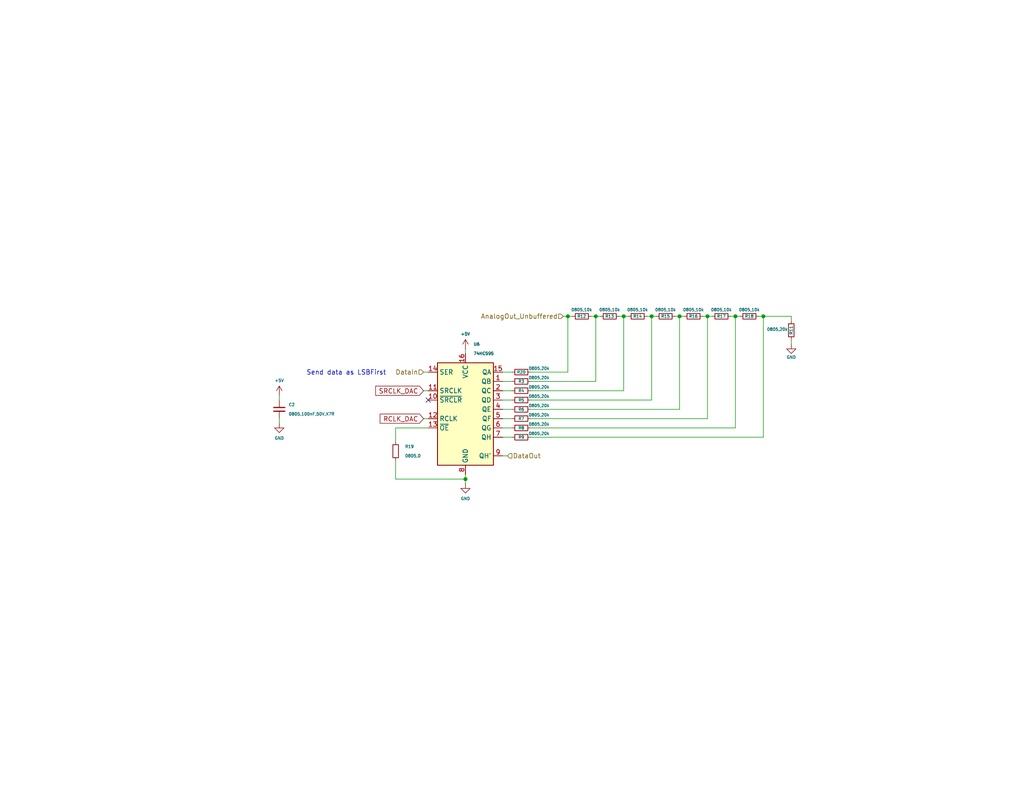
<source format=kicad_sch>
(kicad_sch (version 20231120) (generator "eeschema") (generator_version "8.0")
  (paper "USLetter")
  (lib_symbols
    (symbol "74xx:74HC595"
      (property "Reference" "U" (at -7.62 13.97 0))
      (property "Value" "74HC595" (at -7.62 -16.51 0))
      (symbol "74HC595_1_0"
        (pin tri_state line (at 10.16 7.62 180) (length 2.54) (name "QB") (number "1"))
        (pin input line (at -10.16 2.54 0) (length 2.54) (name "~{SRCLR}") (number "10"))
        (pin input line (at -10.16 5.08 0) (length 2.54) (name "SRCLK") (number "11"))
        (pin input line (at -10.16 -2.54 0) (length 2.54) (name "RCLK") (number "12"))
        (pin input line (at -10.16 -5.08 0) (length 2.54) (name "~{OE}") (number "13"))
        (pin input line (at -10.16 10.16 0) (length 2.54) (name "SER") (number "14"))
        (pin tri_state line (at 10.16 10.16 180) (length 2.54) (name "QA") (number "15"))
        (pin power_in line (at 0 15.24 270) (length 2.54) (name "VCC") (number "16"))
        (pin tri_state line (at 10.16 5.08 180) (length 2.54) (name "QC") (number "2"))
        (pin tri_state line (at 10.16 2.54 180) (length 2.54) (name "QD") (number "3"))
        (pin tri_state line (at 10.16 0 180) (length 2.54) (name "QE") (number "4"))
        (pin tri_state line (at 10.16 -2.54 180) (length 2.54) (name "QF") (number "5"))
        (pin tri_state line (at 10.16 -5.08 180) (length 2.54) (name "QG") (number "6"))
        (pin tri_state line (at 10.16 -7.62 180) (length 2.54) (name "QH") (number "7"))
        (pin power_in line (at 0 -17.78 90) (length 2.54) (name "GND") (number "8"))
        (pin output line (at 10.16 -12.7 180) (length 2.54) (name "QH'") (number "9"))
      )
      (symbol "74HC595_1_1"
        (rectangle (start -7.62 12.7) (end 7.62 -15.24) (stroke (width 0.254)) (fill (type background)))
      )
    )
    (symbol "jlcpcb-basic-capacitor:0805,100nF,50V,X7R "
      (property "Reference" "C" (at 1.71 0.508 0))
      (property "Value" "0805,100nF,50V,X7R " (at 1.71 -1.016 0))
      (symbol "0805,100nF,50V,X7R _0_0"
        (polyline (pts (xy -1.524 -0.508) (xy 1.524 -0.508)) (stroke (width 0.3048)))
        (polyline (pts (xy -1.524 0.508) (xy 1.524 0.508)) (stroke (width 0.3048)))
        (pin passive line (at 0 2.54 270) (length 2.032) (name "~") (number "1"))
        (pin passive line (at 0 -2.54 90) (length 2.032) (name "~") (number "2"))
      )
    )
    (symbol "jlcpcb-basic-resistor:0805,0"
      (property "Reference" "R" (at 0.762 0.508 0))
      (property "Value" "0805,0" (at 0.762 -1.016 0))
      (symbol "0805,0_0_0"
        (rectangle (start -0.762 1.778) (end 0.762 -1.778) (stroke (width 0.2032)))
        (pin passive line (at 0 2.54 270) (length 0.762) (name "~") (number "1"))
        (pin passive line (at 0 -2.54 90) (length 0.762) (name "~") (number "2"))
      )
    )
    (symbol "jlcpcb-basic-resistor:0805,10k"
      (property "Reference" "R" (at 0.762 0.508 0))
      (property "Value" "0805,10k" (at 0.762 -1.016 0))
      (symbol "0805,10k_0_0"
        (rectangle (start -0.762 1.778) (end 0.762 -1.778) (stroke (width 0.2032)))
        (pin passive line (at 0 2.54 270) (length 0.762) (name "~") (number "1"))
        (pin passive line (at 0 -2.54 90) (length 0.762) (name "~") (number "2"))
      )
    )
    (symbol "jlcpcb-basic-resistor:0805,20k"
      (property "Reference" "R" (at 0.762 0.508 0))
      (property "Value" "0805,20k" (at 0.762 -1.016 0))
      (symbol "0805,20k_0_0"
        (rectangle (start -0.762 1.778) (end 0.762 -1.778) (stroke (width 0.2032)))
        (pin passive line (at 0 2.54 270) (length 0.762) (name "~") (number "1"))
        (pin passive line (at 0 -2.54 90) (length 0.762) (name "~") (number "2"))
      )
    )
    (symbol "power:+5V" (power) (pin_numbers hide) (pin_names (offset 0) hide)
      (property "Value" "+5V" (at 0 3.556 0))
      (symbol "+5V_0_1"
        (polyline (pts (xy -0.762 1.27) (xy 0 2.54)))
        (polyline (pts (xy 0 0) (xy 0 2.54)))
        (polyline (pts (xy 0 2.54) (xy 0.762 1.27)))
      )
      (symbol "+5V_1_1"
        (pin power_in line (at 0 0 90) (length 0) (name "~") (number "1"))
      )
    )
    (symbol "power:GND" (power) (pin_numbers hide) (pin_names (offset 0) hide)
      (property "Value" "GND" (at 0 -3.81 0))
      (symbol "GND_0_1"
        (polyline (pts (xy 0 0) (xy 0 -1.27) (xy 1.27 -1.27) (xy 0 -2.54) (xy -1.27 -1.27) (xy 0 -1.27)))
      )
      (symbol "GND_1_1"
        (pin power_in line (at 0 0 270) (length 0) (name "~") (number "1"))
      )
    )
  )
  (junction (at 170.18 86.36))
  (junction (at 185.42 86.36))
  (junction (at 127 130.81))
  (junction (at 208.28 86.36))
  (junction (at 193.04 86.36))
  (junction (at 162.56 86.36))
  (junction (at 154.94 86.36))
  (junction (at 200.66 86.36))
  (junction (at 177.8 86.36))
  (no_connect (at 116.84 109.22))
  (wire (pts (xy 139.7 111.76) (xy 137.16 111.76)))
  (wire (pts (xy 177.8 109.22) (xy 177.8 86.36)))
  (wire (pts (xy 185.42 111.76) (xy 185.42 86.36)))
  (wire (pts (xy 153.67 86.36) (xy 154.94 86.36)))
  (wire (pts (xy 208.28 119.38) (xy 208.28 86.36)))
  (wire (pts (xy 107.95 116.84) (xy 107.95 120.65)))
  (wire (pts (xy 144.78 114.3) (xy 193.04 114.3)))
  (wire (pts (xy 215.9 86.36) (xy 215.9 87.63)))
  (wire (pts (xy 184.15 86.36) (xy 185.42 86.36)))
  (wire (pts (xy 215.9 92.71) (xy 215.9 93.98)))
  (wire (pts (xy 154.94 101.6) (xy 154.94 86.36)))
  (wire (pts (xy 76.2 114.3) (xy 76.2 115.57)))
  (wire (pts (xy 179.07 86.36) (xy 177.8 86.36)))
  (wire (pts (xy 177.8 86.36) (xy 176.53 86.36)))
  (wire (pts (xy 144.78 109.22) (xy 177.8 109.22)))
  (wire (pts (xy 144.78 119.38) (xy 208.28 119.38)))
  (wire (pts (xy 115.57 114.3) (xy 116.84 114.3)))
  (wire (pts (xy 193.04 114.3) (xy 193.04 86.36)))
  (wire (pts (xy 139.7 116.84) (xy 137.16 116.84)))
  (wire (pts (xy 170.18 106.68) (xy 170.18 86.36)))
  (wire (pts (xy 208.28 86.36) (xy 207.01 86.36)))
  (wire (pts (xy 127 132.08) (xy 127 130.81)))
  (wire (pts (xy 116.84 116.84) (xy 107.95 116.84)))
  (wire (pts (xy 139.7 109.22) (xy 137.16 109.22)))
  (wire (pts (xy 139.7 106.68) (xy 137.16 106.68)))
  (wire (pts (xy 194.31 86.36) (xy 193.04 86.36)))
  (wire (pts (xy 199.39 86.36) (xy 200.66 86.36)))
  (wire (pts (xy 200.66 116.84) (xy 200.66 86.36)))
  (wire (pts (xy 162.56 86.36) (xy 161.29 86.36)))
  (wire (pts (xy 107.95 125.73) (xy 107.95 130.81)))
  (wire (pts (xy 115.57 106.68) (xy 116.84 106.68)))
  (wire (pts (xy 163.83 86.36) (xy 162.56 86.36)))
  (wire (pts (xy 144.78 116.84) (xy 200.66 116.84)))
  (wire (pts (xy 144.78 101.6) (xy 154.94 101.6)))
  (wire (pts (xy 144.78 106.68) (xy 170.18 106.68)))
  (wire (pts (xy 127 129.54) (xy 127 130.81)))
  (wire (pts (xy 115.57 101.6) (xy 116.84 101.6)))
  (wire (pts (xy 144.78 111.76) (xy 185.42 111.76)))
  (wire (pts (xy 162.56 104.14) (xy 162.56 86.36)))
  (wire (pts (xy 139.7 114.3) (xy 137.16 114.3)))
  (wire (pts (xy 127 95.25) (xy 127 96.52)))
  (wire (pts (xy 139.7 104.14) (xy 137.16 104.14)))
  (wire (pts (xy 76.2 107.95) (xy 76.2 109.22)))
  (wire (pts (xy 170.18 86.36) (xy 171.45 86.36)))
  (wire (pts (xy 139.7 119.38) (xy 137.16 119.38)))
  (wire (pts (xy 144.78 104.14) (xy 162.56 104.14)))
  (wire (pts (xy 107.95 130.81) (xy 127 130.81)))
  (wire (pts (xy 215.9 86.36) (xy 208.28 86.36)))
  (wire (pts (xy 137.16 124.46) (xy 138.43 124.46)))
  (wire (pts (xy 154.94 86.36) (xy 156.21 86.36)))
  (wire (pts (xy 193.04 86.36) (xy 191.77 86.36)))
  (wire (pts (xy 139.7 101.6) (xy 137.16 101.6)))
  (wire (pts (xy 200.66 86.36) (xy 201.93 86.36)))
  (wire (pts (xy 168.91 86.36) (xy 170.18 86.36)))
  (wire (pts (xy 185.42 86.36) (xy 186.69 86.36)))
  (text "Send data as LSBFirst" (at 94.488 101.854 0) (effects (font (size 1.27 1.27))))
  (global_label "SRCLK_DAC" (shape input) (at 115.57 106.68 180) (property "Intersheetrefs" "${INTERSHEET_REFS}" (effects (hide yes))))
  (global_label "RCLK_DAC" (shape input) (at 115.57 114.3 180) (property "Intersheetrefs" "${INTERSHEET_REFS}" (effects (hide yes))))
  (hierarchical_label "AnalogOut_Unbuffered" (shape input) (at 153.67 86.36 180))
  (hierarchical_label "DataIn" (shape input) (at 115.57 101.6 180))
  (hierarchical_label "DataOut" (shape input) (at 138.43 124.46 0))
  (symbol (lib_id "jlcpcb-basic-resistor:0805,10k") (at 181.61 86.36 90) (unit 1)
    (property "Reference" "R15" (at 181.5766 86.3601 90) (effects (font (size 0.8 0.8))))
    (property "Value" "0805,10k" (at 181.5766 84.5821 90) (effects (font (size 0.8 0.8))))
    (property "Footprint" "R_0805_2012Metric" (effects (hide yes)))
    (property "Datasheet" "https://datasheet.lcsc.com/lcsc/2110251730_UNI-ROYAL-Uniroyal-Elec-0805W8F1002T5E_C17414.pdf" (effects (hide yes)))
    (property "Description" "1% 1 8W Thick Film Resistors 150V   100ppm    -55    155   10k   0805 Chip Resistor - Surface Mount ROHS" (effects (hide yes)))
    (property "LCSC" "C17414" (effects (hide yes)))
    (property "MFG" "UNI-ROYAL(Uniroyal Elec)" (effects (hide yes)))
    (property "MFGPN" "0805W8F1002T5E" (effects (hide yes)))
    (instances (project "MCUModule" (path "" (reference "R15") (unit 1)) (path "" (reference "R31") (unit 1))))
  )
  (symbol (lib_id "jlcpcb-basic-resistor:0805,20k") (at 215.9 90.17 180) (unit 1)
    (property "Reference" "R11" (at 215.9 90.17 90) (effects (font (size 0.8 0.8))))
    (property "Value" "0805,20k" (at 212.09 89.916 0) (effects (font (size 0.8 0.8))))
    (property "Footprint" "R_0805_2012Metric" (effects (hide yes)))
    (property "Datasheet" "https://datasheet.lcsc.com/lcsc/2110251730_UNI-ROYAL-Uniroyal-Elec-0805W8F2002T5E_C4328.pdf" (effects (hide yes)))
    (property "Description" "1% 125mW Thick Film Resistors 150V   100ppm    -55    155   20k   0805 Chip Resistor - Surface Mount ROHS" (effects (hide yes)))
    (property "LCSC" "C4328" (effects (hide yes)))
    (property "MFG" "UNI-ROYAL(Uniroyal Elec)" (effects (hide yes)))
    (property "MFGPN" "0805W8F2002T5E" (effects (hide yes)))
    (instances (project "MCUModule" (path "" (reference "R11") (unit 1)) (path "" (reference "R35") (unit 1))))
  )
  (symbol (lib_id "power:+5V") (at 76.2 107.95 0) (unit 1)
    (property "Reference" "#PWR07" (effects (hide yes)))
    (property "Value" "+5V" (at 76.2 103.886 0) (effects (font (size 0.8 0.8))))
    (property "Description" "Power symbol creates a global label with name \"+5V\"" (effects (hide yes)))
    (instances (project "MCUModule" (path "" (reference "#PWR07") (unit 1)) (path "" (reference "#PWR09") (unit 1))))
  )
  (symbol (lib_id "jlcpcb-basic-resistor:0805,10k") (at 173.99 86.36 90) (unit 1)
    (property "Reference" "R14" (at 173.9566 86.3601 90) (effects (font (size 0.8 0.8))))
    (property "Value" "0805,10k" (at 173.9566 84.5821 90) (effects (font (size 0.8 0.8))))
    (property "Footprint" "R_0805_2012Metric" (effects (hide yes)))
    (property "Datasheet" "https://datasheet.lcsc.com/lcsc/2110251730_UNI-ROYAL-Uniroyal-Elec-0805W8F1002T5E_C17414.pdf" (effects (hide yes)))
    (property "Description" "1% 1 8W Thick Film Resistors 150V   100ppm    -55    155   10k   0805 Chip Resistor - Surface Mount ROHS" (effects (hide yes)))
    (property "LCSC" "C17414" (effects (hide yes)))
    (property "MFG" "UNI-ROYAL(Uniroyal Elec)" (effects (hide yes)))
    (property "MFGPN" "0805W8F1002T5E" (effects (hide yes)))
    (instances (project "MCUModule" (path "" (reference "R14") (unit 1)) (path "" (reference "R30") (unit 1))))
  )
  (symbol (lib_id "jlcpcb-basic-resistor:0805,20k") (at 142.24 106.68 90) (unit 1)
    (property "Reference" "R4" (at 142.24 106.68 90) (effects (font (size 0.8 0.8))))
    (property "Value" "0805,20k" (at 147.066 105.664 90) (effects (font (size 0.8 0.8))))
    (property "Footprint" "R_0805_2012Metric" (effects (hide yes)))
    (property "Datasheet" "https://datasheet.lcsc.com/lcsc/2110251730_UNI-ROYAL-Uniroyal-Elec-0805W8F2002T5E_C4328.pdf" (effects (hide yes)))
    (property "Description" "1% 125mW Thick Film Resistors 150V   100ppm    -55    155   20k   0805 Chip Resistor - Surface Mount ROHS" (effects (hide yes)))
    (property "LCSC" "C4328" (effects (hide yes)))
    (property "MFG" "UNI-ROYAL(Uniroyal Elec)" (effects (hide yes)))
    (property "MFGPN" "0805W8F2002T5E" (effects (hide yes)))
    (instances (project "MCUModule" (path "" (reference "R4") (unit 1)) (path "" (reference "R22") (unit 1))))
  )
  (symbol (lib_id "power:+5V") (at 127 95.25 0) (unit 1)
    (property "Reference" "#PWR011" (effects (hide yes)))
    (property "Value" "+5V" (at 127 91.186 0) (effects (font (size 0.8 0.8))))
    (property "Description" "Power symbol creates a global label with name \"+5V\"" (effects (hide yes)))
    (instances (project "MCUModule" (path "" (reference "#PWR011") (unit 1)) (path "" (reference "#PWR06") (unit 1))))
  )
  (symbol (lib_id "jlcpcb-basic-capacitor:0805,100nF,50V,X7R ") (at 76.2 111.76 0) (unit 1)
    (property "Reference" "C2" (at 78.74 110.4899 0) (effects (font (size 0.8 0.8)) (justify left)))
    (property "Value" "0805,100nF,50V,X7R " (at 78.74 113.0299 0) (effects (font (size 0.8 0.8)) (justify left)))
    (property "Footprint" "C_0805_2012Metric" (effects (hide yes)))
    (property "Datasheet" "https://datasheet.lcsc.com/lcsc/1810101813_YAGEO-CC0805KRX7R9BB104_C49678.pdf" (effects (hide yes)))
    (property "Description" "50V 100nF X7R   10% 0805 Multilayer Ceramic Capacitors MLCC - SMD SMT ROHS" (effects (hide yes)))
    (property "LCSC" "C49678" (effects (hide yes)))
    (property "MFG" "YAGEO" (effects (hide yes)))
    (property "MFGPN" "CC0805KRX7R9BB104" (effects (hide yes)))
    (instances (project "MCUModule" (path "" (reference "C2") (unit 1)) (path "" (reference "C1") (unit 1))))
  )
  (symbol (lib_id "power:GND") (at 76.2 115.57 0) (unit 1)
    (property "Reference" "#PWR08" (effects (hide yes)))
    (property "Value" "GND" (at 76.2 119.634 0) (effects (font (size 0.8 0.8))))
    (property "Description" "Power symbol creates a global label with name \"GND\" , ground" (effects (hide yes)))
    (instances (project "MCUModule" (path "" (reference "#PWR08") (unit 1)) (path "" (reference "#PWR010") (unit 1))))
  )
  (symbol (lib_id "jlcpcb-basic-resistor:0805,0") (at 107.95 123.19 0) (unit 1)
    (property "Reference" "R19" (at 110.49 121.9199 0) (effects (font (size 0.8 0.8)) (justify left)))
    (property "Value" "0805,0" (at 110.49 124.4599 0) (effects (font (size 0.8 0.8)) (justify left)))
    (property "Footprint" "R_0805_2012Metric" (effects (hide yes)))
    (property "Datasheet" "https://datasheet.lcsc.com/lcsc/2110251730_UNI-ROYAL-Uniroyal-Elec-0805W8F0000T5E_C17477.pdf" (effects (hide yes)))
    (property "Description" "1% 125mW Thick Film Resistors 150V   800ppm    -55    155   0   0805 Chip Resistor - Surface Mount ROHS" (effects (hide yes)))
    (property "LCSC" "C17477" (effects (hide yes)))
    (property "MFG" "UNI-ROYAL(Uniroyal Elec)" (effects (hide yes)))
    (property "MFGPN" "0805W8F0000T5E" (effects (hide yes)))
    (instances (project "MCUModule" (path "" (reference "R19") (unit 1)) (path "" (reference "R10") (unit 1))))
  )
  (symbol (lib_id "jlcpcb-basic-resistor:0805,10k") (at 189.23 86.36 90) (unit 1)
    (property "Reference" "R16" (at 189.1966 86.3601 90) (effects (font (size 0.8 0.8))))
    (property "Value" "0805,10k" (at 189.1966 84.5821 90) (effects (font (size 0.8 0.8))))
    (property "Footprint" "R_0805_2012Metric" (effects (hide yes)))
    (property "Datasheet" "https://datasheet.lcsc.com/lcsc/2110251730_UNI-ROYAL-Uniroyal-Elec-0805W8F1002T5E_C17414.pdf" (effects (hide yes)))
    (property "Description" "1% 1 8W Thick Film Resistors 150V   100ppm    -55    155   10k   0805 Chip Resistor - Surface Mount ROHS" (effects (hide yes)))
    (property "LCSC" "C17414" (effects (hide yes)))
    (property "MFG" "UNI-ROYAL(Uniroyal Elec)" (effects (hide yes)))
    (property "MFGPN" "0805W8F1002T5E" (effects (hide yes)))
    (instances (project "MCUModule" (path "" (reference "R16") (unit 1)) (path "" (reference "R32") (unit 1))))
  )
  (symbol (lib_id "jlcpcb-basic-resistor:0805,10k") (at 204.47 86.36 90) (unit 1)
    (property "Reference" "R18" (at 204.4366 86.3601 90) (effects (font (size 0.8 0.8))))
    (property "Value" "0805,10k" (at 204.4366 84.5821 90) (effects (font (size 0.8 0.8))))
    (property "Footprint" "R_0805_2012Metric" (effects (hide yes)))
    (property "Datasheet" "https://datasheet.lcsc.com/lcsc/2110251730_UNI-ROYAL-Uniroyal-Elec-0805W8F1002T5E_C17414.pdf" (effects (hide yes)))
    (property "Description" "1% 1 8W Thick Film Resistors 150V   100ppm    -55    155   10k   0805 Chip Resistor - Surface Mount ROHS" (effects (hide yes)))
    (property "LCSC" "C17414" (effects (hide yes)))
    (property "MFG" "UNI-ROYAL(Uniroyal Elec)" (effects (hide yes)))
    (property "MFGPN" "0805W8F1002T5E" (effects (hide yes)))
    (instances (project "MCUModule" (path "" (reference "R18") (unit 1)) (path "" (reference "R34") (unit 1))))
  )
  (symbol (lib_id "jlcpcb-basic-resistor:0805,10k") (at 196.85 86.36 90) (unit 1)
    (property "Reference" "R17" (at 196.8166 86.3601 90) (effects (font (size 0.8 0.8))))
    (property "Value" "0805,10k" (at 196.8166 84.5821 90) (effects (font (size 0.8 0.8))))
    (property "Footprint" "R_0805_2012Metric" (effects (hide yes)))
    (property "Datasheet" "https://datasheet.lcsc.com/lcsc/2110251730_UNI-ROYAL-Uniroyal-Elec-0805W8F1002T5E_C17414.pdf" (effects (hide yes)))
    (property "Description" "1% 1 8W Thick Film Resistors 150V   100ppm    -55    155   10k   0805 Chip Resistor - Surface Mount ROHS" (effects (hide yes)))
    (property "LCSC" "C17414" (effects (hide yes)))
    (property "MFG" "UNI-ROYAL(Uniroyal Elec)" (effects (hide yes)))
    (property "MFGPN" "0805W8F1002T5E" (effects (hide yes)))
    (instances (project "MCUModule" (path "" (reference "R17") (unit 1)) (path "" (reference "R33") (unit 1))))
  )
  (symbol (lib_id "power:GND") (at 127 132.08 0) (unit 1)
    (property "Reference" "#PWR012" (effects (hide yes)))
    (property "Value" "GND" (at 127 136.144 0) (effects (font (size 0.8 0.8))))
    (property "Description" "Power symbol creates a global label with name \"GND\" , ground" (effects (hide yes)))
    (instances (project "MCUModule" (path "" (reference "#PWR012") (unit 1)) (path "" (reference "#PWR05") (unit 1))))
  )
  (symbol (lib_id "jlcpcb-basic-resistor:0805,10k") (at 166.37 86.36 90) (unit 1)
    (property "Reference" "R13" (at 166.3366 86.3601 90) (effects (font (size 0.8 0.8))))
    (property "Value" "0805,10k" (at 166.3366 84.5821 90) (effects (font (size 0.8 0.8))))
    (property "Footprint" "R_0805_2012Metric" (effects (hide yes)))
    (property "Datasheet" "https://datasheet.lcsc.com/lcsc/2110251730_UNI-ROYAL-Uniroyal-Elec-0805W8F1002T5E_C17414.pdf" (effects (hide yes)))
    (property "Description" "1% 1 8W Thick Film Resistors 150V   100ppm    -55    155   10k   0805 Chip Resistor - Surface Mount ROHS" (effects (hide yes)))
    (property "LCSC" "C17414" (effects (hide yes)))
    (property "MFG" "UNI-ROYAL(Uniroyal Elec)" (effects (hide yes)))
    (property "MFGPN" "0805W8F1002T5E" (effects (hide yes)))
    (instances (project "MCUModule" (path "" (reference "R13") (unit 1)) (path "" (reference "R29") (unit 1))))
  )
  (symbol (lib_id "jlcpcb-basic-resistor:0805,20k") (at 142.24 119.38 90) (unit 1)
    (property "Reference" "R9" (at 142.24 119.38 90) (effects (font (size 0.8 0.8))))
    (property "Value" "0805,20k" (at 147.066 118.364 90) (effects (font (size 0.8 0.8))))
    (property "Footprint" "R_0805_2012Metric" (effects (hide yes)))
    (property "Datasheet" "https://datasheet.lcsc.com/lcsc/2110251730_UNI-ROYAL-Uniroyal-Elec-0805W8F2002T5E_C4328.pdf" (effects (hide yes)))
    (property "Description" "1% 125mW Thick Film Resistors 150V   100ppm    -55    155   20k   0805 Chip Resistor - Surface Mount ROHS" (effects (hide yes)))
    (property "LCSC" "C4328" (effects (hide yes)))
    (property "MFG" "UNI-ROYAL(Uniroyal Elec)" (effects (hide yes)))
    (property "MFGPN" "0805W8F2002T5E" (effects (hide yes)))
    (instances (project "MCUModule" (path "" (reference "R9") (unit 1)) (path "" (reference "R27") (unit 1))))
  )
  (symbol (lib_id "jlcpcb-basic-resistor:0805,20k") (at 142.24 109.22 90) (unit 1)
    (property "Reference" "R5" (at 142.24 109.22 90) (effects (font (size 0.8 0.8))))
    (property "Value" "0805,20k" (at 147.066 108.204 90) (effects (font (size 0.8 0.8))))
    (property "Footprint" "R_0805_2012Metric" (effects (hide yes)))
    (property "Datasheet" "https://datasheet.lcsc.com/lcsc/2110251730_UNI-ROYAL-Uniroyal-Elec-0805W8F2002T5E_C4328.pdf" (effects (hide yes)))
    (property "Description" "1% 125mW Thick Film Resistors 150V   100ppm    -55    155   20k   0805 Chip Resistor - Surface Mount ROHS" (effects (hide yes)))
    (property "LCSC" "C4328" (effects (hide yes)))
    (property "MFG" "UNI-ROYAL(Uniroyal Elec)" (effects (hide yes)))
    (property "MFGPN" "0805W8F2002T5E" (effects (hide yes)))
    (instances (project "MCUModule" (path "" (reference "R5") (unit 1)) (path "" (reference "R23") (unit 1))))
  )
  (symbol (lib_id "power:GND") (at 215.9 93.98 0) (unit 1)
    (property "Reference" "#PWR04" (effects (hide yes)))
    (property "Value" "GND" (at 215.9 97.536 0) (effects (font (size 0.8 0.8))))
    (property "Description" "Power symbol creates a global label with name \"GND\" , ground" (effects (hide yes)))
    (instances (project "MCUModule" (path "" (reference "#PWR04") (unit 1)) (path "" (reference "#PWR013") (unit 1))))
  )
  (symbol (lib_id "jlcpcb-basic-resistor:0805,20k") (at 142.24 104.14 90) (unit 1)
    (property "Reference" "R3" (at 142.24 104.14 90) (effects (font (size 0.8 0.8))))
    (property "Value" "0805,20k" (at 147.066 103.124 90) (effects (font (size 0.8 0.8))))
    (property "Footprint" "R_0805_2012Metric" (effects (hide yes)))
    (property "Datasheet" "https://datasheet.lcsc.com/lcsc/2110251730_UNI-ROYAL-Uniroyal-Elec-0805W8F2002T5E_C4328.pdf" (effects (hide yes)))
    (property "Description" "1% 125mW Thick Film Resistors 150V   100ppm    -55    155   20k   0805 Chip Resistor - Surface Mount ROHS" (effects (hide yes)))
    (property "LCSC" "C4328" (effects (hide yes)))
    (property "MFG" "UNI-ROYAL(Uniroyal Elec)" (effects (hide yes)))
    (property "MFGPN" "0805W8F2002T5E" (effects (hide yes)))
    (instances (project "MCUModule" (path "" (reference "R3") (unit 1)) (path "" (reference "R21") (unit 1))))
  )
  (symbol (lib_id "jlcpcb-basic-resistor:0805,20k") (at 142.24 114.3 90) (unit 1)
    (property "Reference" "R7" (at 142.24 114.3 90) (effects (font (size 0.8 0.8))))
    (property "Value" "0805,20k" (at 147.066 113.284 90) (effects (font (size 0.8 0.8))))
    (property "Footprint" "R_0805_2012Metric" (effects (hide yes)))
    (property "Datasheet" "https://datasheet.lcsc.com/lcsc/2110251730_UNI-ROYAL-Uniroyal-Elec-0805W8F2002T5E_C4328.pdf" (effects (hide yes)))
    (property "Description" "1% 125mW Thick Film Resistors 150V   100ppm    -55    155   20k   0805 Chip Resistor - Surface Mount ROHS" (effects (hide yes)))
    (property "LCSC" "C4328" (effects (hide yes)))
    (property "MFG" "UNI-ROYAL(Uniroyal Elec)" (effects (hide yes)))
    (property "MFGPN" "0805W8F2002T5E" (effects (hide yes)))
    (instances (project "MCUModule" (path "" (reference "R7") (unit 1)) (path "" (reference "R25") (unit 1))))
  )
  (symbol (lib_id "74xx:74HC595") (at 127 111.76 0) (unit 1)
    (property "Reference" "U6" (at 129.1941 93.98 0) (effects (font (size 0.8 0.8)) (justify left)))
    (property "Value" "74HC595" (at 129.1941 96.52 0) (effects (font (size 0.8 0.8)) (justify left)))
    (property "Datasheet" "http://www.ti.com/lit/ds/symlink/sn74hc595.pdf" (effects (hide yes)))
    (property "Description" "8-bit serial in/out Shift Register 3-State Outputs" (effects (hide yes)))
    (instances (project "MCUModule" (path "" (reference "U6") (unit 1)) (path "" (reference "U3") (unit 1))))
  )
  (symbol (lib_id "jlcpcb-basic-resistor:0805,10k") (at 158.75 86.36 90) (unit 1)
    (property "Reference" "R12" (at 158.7166 86.3601 90) (effects (font (size 0.8 0.8))))
    (property "Value" "0805,10k" (at 158.7166 84.5821 90) (effects (font (size 0.8 0.8))))
    (property "Footprint" "R_0805_2012Metric" (effects (hide yes)))
    (property "Datasheet" "https://datasheet.lcsc.com/lcsc/2110251730_UNI-ROYAL-Uniroyal-Elec-0805W8F1002T5E_C17414.pdf" (effects (hide yes)))
    (property "Description" "1% 1 8W Thick Film Resistors 150V   100ppm    -55    155   10k   0805 Chip Resistor - Surface Mount ROHS" (effects (hide yes)))
    (property "LCSC" "C17414" (effects (hide yes)))
    (property "MFG" "UNI-ROYAL(Uniroyal Elec)" (effects (hide yes)))
    (property "MFGPN" "0805W8F1002T5E" (effects (hide yes)))
    (instances (project "MCUModule" (path "" (reference "R12") (unit 1)) (path "" (reference "R28") (unit 1))))
  )
  (symbol (lib_id "jlcpcb-basic-resistor:0805,20k") (at 142.24 116.84 90) (unit 1)
    (property "Reference" "R8" (at 142.24 116.84 90) (effects (font (size 0.8 0.8))))
    (property "Value" "0805,20k" (at 147.066 115.824 90) (effects (font (size 0.8 0.8))))
    (property "Footprint" "R_0805_2012Metric" (effects (hide yes)))
    (property "Datasheet" "https://datasheet.lcsc.com/lcsc/2110251730_UNI-ROYAL-Uniroyal-Elec-0805W8F2002T5E_C4328.pdf" (effects (hide yes)))
    (property "Description" "1% 125mW Thick Film Resistors 150V   100ppm    -55    155   20k   0805 Chip Resistor - Surface Mount ROHS" (effects (hide yes)))
    (property "LCSC" "C4328" (effects (hide yes)))
    (property "MFG" "UNI-ROYAL(Uniroyal Elec)" (effects (hide yes)))
    (property "MFGPN" "0805W8F2002T5E" (effects (hide yes)))
    (instances (project "MCUModule" (path "" (reference "R8") (unit 1)) (path "" (reference "R26") (unit 1))))
  )
  (symbol (lib_id "jlcpcb-basic-resistor:0805,20k") (at 142.24 101.6 90) (unit 1)
    (property "Reference" "R20" (at 142.24 101.6 90) (effects (font (size 0.8 0.8))))
    (property "Value" "0805,20k" (at 147.066 100.584 90) (effects (font (size 0.8 0.8))))
    (property "Footprint" "R_0805_2012Metric" (effects (hide yes)))
    (property "Datasheet" "https://datasheet.lcsc.com/lcsc/2110251730_UNI-ROYAL-Uniroyal-Elec-0805W8F2002T5E_C4328.pdf" (effects (hide yes)))
    (property "Description" "1% 125mW Thick Film Resistors 150V   100ppm    -55    155   20k   0805 Chip Resistor - Surface Mount ROHS" (effects (hide yes)))
    (property "LCSC" "C4328" (effects (hide yes)))
    (property "MFG" "UNI-ROYAL(Uniroyal Elec)" (effects (hide yes)))
    (property "MFGPN" "0805W8F2002T5E" (effects (hide yes)))
    (instances (project "MCUModule" (path "" (reference "R20") (unit 1)) (path "" (reference "R2") (unit 1))))
  )
  (symbol (lib_id "jlcpcb-basic-resistor:0805,20k") (at 142.24 111.76 90) (unit 1)
    (property "Reference" "R6" (at 142.24 111.76 90) (effects (font (size 0.8 0.8))))
    (property "Value" "0805,20k" (at 147.066 110.744 90) (effects (font (size 0.8 0.8))))
    (property "Footprint" "R_0805_2012Metric" (effects (hide yes)))
    (property "Datasheet" "https://datasheet.lcsc.com/lcsc/2110251730_UNI-ROYAL-Uniroyal-Elec-0805W8F2002T5E_C4328.pdf" (effects (hide yes)))
    (property "Description" "1% 125mW Thick Film Resistors 150V   100ppm    -55    155   20k   0805 Chip Resistor - Surface Mount ROHS" (effects (hide yes)))
    (property "LCSC" "C4328" (effects (hide yes)))
    (property "MFG" "UNI-ROYAL(Uniroyal Elec)" (effects (hide yes)))
    (property "MFGPN" "0805W8F2002T5E" (effects (hide yes)))
    (instances (project "MCUModule" (path "" (reference "R6") (unit 1)) (path "" (reference "R24") (unit 1))))
  )
)
</source>
